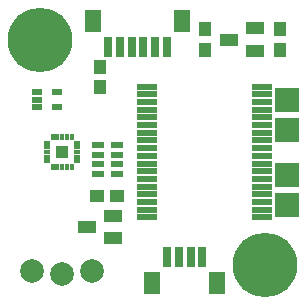
<source format=gbr>
G04 EAGLE Gerber X2 export*
%TF.Part,Single*%
%TF.FileFunction,Soldermask,Top,1*%
%TF.FilePolarity,Negative*%
%TF.GenerationSoftware,Autodesk,EAGLE,9.1.1*%
%TF.CreationDate,2018-10-01T15:01:31Z*%
G75*
%MOMM*%
%FSLAX34Y34*%
%LPD*%
%AMOC8*
5,1,8,0,0,1.08239X$1,22.5*%
G01*
%ADD10R,1.127000X1.227000*%
%ADD11R,1.527000X1.127000*%
%ADD12R,0.727000X1.677000*%
%ADD13R,1.327000X1.927000*%
%ADD14R,1.127000X1.127000*%
%ADD15R,0.527000X0.327000*%
%ADD16R,0.327000X0.527000*%
%ADD17R,1.227000X1.127000*%
%ADD18R,1.797000X0.577000*%
%ADD19R,1.027000X0.627000*%
%ADD20C,5.461000*%
%ADD21R,2.127000X2.127000*%
%ADD22C,2.006600*%
%ADD23R,0.827000X0.527000*%


D10*
X82550Y182000D03*
X82550Y199000D03*
X171450Y213750D03*
X171450Y230750D03*
D11*
X71550Y63500D03*
X93550Y73000D03*
X93550Y54000D03*
D12*
X169700Y38100D03*
X159700Y38100D03*
X149700Y38100D03*
X139700Y38100D03*
D13*
X126700Y15850D03*
X182380Y15850D03*
D14*
X50800Y127000D03*
D15*
X37800Y135000D03*
D16*
X42800Y140000D03*
X46800Y140000D03*
X50800Y140000D03*
X54800Y140000D03*
X58800Y140000D03*
D15*
X63800Y135000D03*
X63800Y131000D03*
X63800Y127000D03*
X63800Y123000D03*
X63800Y119000D03*
D16*
X58800Y114000D03*
X54800Y114000D03*
X50800Y114000D03*
X46800Y114000D03*
X42800Y114000D03*
D15*
X37800Y131000D03*
X37800Y127000D03*
X37800Y123000D03*
X37800Y119000D03*
D17*
X80400Y90170D03*
X97400Y90170D03*
D11*
X192200Y222250D03*
X214200Y231750D03*
X214200Y212750D03*
D10*
X234950Y230750D03*
X234950Y213750D03*
D18*
X122800Y182250D03*
X122800Y175750D03*
X122800Y169250D03*
X122800Y162750D03*
X122800Y156250D03*
X122800Y149750D03*
X122800Y143250D03*
X122800Y136750D03*
X122800Y130250D03*
X122800Y123750D03*
X122800Y117250D03*
X122800Y110750D03*
X122800Y104250D03*
X122800Y97750D03*
X122800Y91250D03*
X122800Y84750D03*
X122800Y78250D03*
X122800Y71750D03*
X220100Y71750D03*
X220100Y78250D03*
X220100Y84750D03*
X220100Y91250D03*
X220100Y97750D03*
X220100Y104250D03*
X220100Y110750D03*
X220100Y117250D03*
X220100Y123750D03*
X220100Y130250D03*
X220100Y136750D03*
X220100Y143250D03*
X220100Y149750D03*
X220100Y156250D03*
X220100Y162750D03*
X220100Y169250D03*
X220100Y175750D03*
X220100Y182250D03*
D19*
X80900Y132650D03*
X96900Y132650D03*
X80900Y124650D03*
X96900Y124650D03*
X80900Y116650D03*
X96900Y116650D03*
X80900Y108650D03*
X96900Y108650D03*
D20*
X222250Y31750D03*
D21*
X241300Y171450D03*
X241300Y82550D03*
X241300Y146050D03*
X241300Y107950D03*
D12*
X89700Y215900D03*
X99700Y215900D03*
X109700Y215900D03*
X119700Y215900D03*
X129700Y215900D03*
X139700Y215900D03*
D13*
X152700Y238150D03*
X76700Y238150D03*
D20*
X31750Y222250D03*
D22*
X25400Y26670D03*
X50800Y24130D03*
X76200Y26670D03*
D23*
X29600Y177950D03*
X29600Y171450D03*
X29600Y164950D03*
X46600Y164950D03*
X46600Y177950D03*
M02*

</source>
